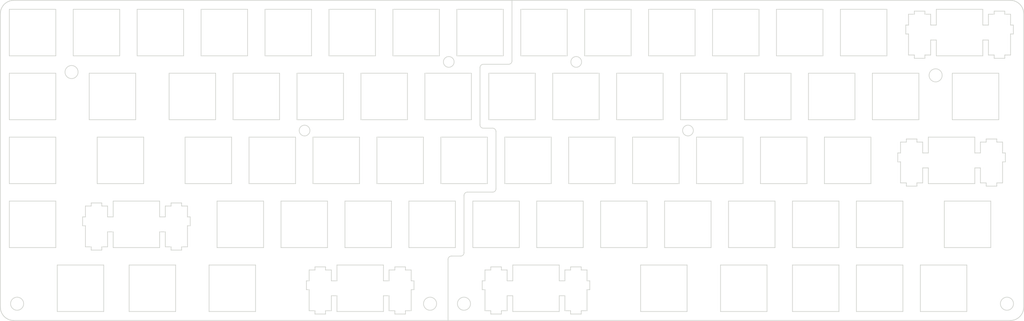
<source format=kicad_pcb>
(kicad_pcb (version 20171130) (host pcbnew "(5.1.4)-1")

  (general
    (thickness 1.6)
    (drawings 583)
    (tracks 0)
    (zones 0)
    (modules 0)
    (nets 1)
  )

  (page A4)
  (layers
    (0 F.Cu signal)
    (31 B.Cu signal)
    (32 B.Adhes user)
    (33 F.Adhes user)
    (34 B.Paste user)
    (35 F.Paste user)
    (36 B.SilkS user)
    (37 F.SilkS user)
    (38 B.Mask user)
    (39 F.Mask user)
    (40 Dwgs.User user)
    (41 Cmts.User user)
    (42 Eco1.User user)
    (43 Eco2.User user)
    (44 Edge.Cuts user)
    (45 Margin user)
    (46 B.CrtYd user)
    (47 F.CrtYd user)
    (48 B.Fab user)
    (49 F.Fab user)
  )

  (setup
    (last_trace_width 0.25)
    (trace_clearance 0.2)
    (zone_clearance 0.508)
    (zone_45_only no)
    (trace_min 0.2)
    (via_size 0.8)
    (via_drill 0.4)
    (via_min_size 0.4)
    (via_min_drill 0.3)
    (uvia_size 0.3)
    (uvia_drill 0.1)
    (uvias_allowed no)
    (uvia_min_size 0.2)
    (uvia_min_drill 0.1)
    (edge_width 0.05)
    (segment_width 0.2)
    (pcb_text_width 0.3)
    (pcb_text_size 1.5 1.5)
    (mod_edge_width 0.12)
    (mod_text_size 1 1)
    (mod_text_width 0.15)
    (pad_size 1.524 1.524)
    (pad_drill 0.762)
    (pad_to_mask_clearance 0.051)
    (solder_mask_min_width 0.25)
    (aux_axis_origin 0 0)
    (visible_elements 7FFFFFFF)
    (pcbplotparams
      (layerselection 0x01000_7ffffffe)
      (usegerberextensions false)
      (usegerberattributes false)
      (usegerberadvancedattributes false)
      (creategerberjobfile false)
      (excludeedgelayer true)
      (linewidth 0.200000)
      (plotframeref false)
      (viasonmask false)
      (mode 1)
      (useauxorigin false)
      (hpglpennumber 1)
      (hpglpenspeed 20)
      (hpglpendiameter 15.000000)
      (psnegative false)
      (psa4output false)
      (plotreference true)
      (plotvalue true)
      (plotinvisibletext false)
      (padsonsilk false)
      (subtractmaskfromsilk false)
      (outputformat 5)
      (mirror false)
      (drillshape 0)
      (scaleselection 1)
      (outputdirectory "C:/Users/Ding/Documents/Keyboard/"))
  )

  (net 0 "")

  (net_class Default "This is the default net class."
    (clearance 0.2)
    (trace_width 0.25)
    (via_dia 0.8)
    (via_drill 0.4)
    (uvia_dia 0.3)
    (uvia_drill 0.1)
  )

  (gr_circle (center 20.05 20.2) (end 22 20.2) (layer Edge.Cuts) (width 0.2) (tstamp 5E15B276))
  (gr_circle (center 132.45 17.1788) (end 134.05 17.1788) (layer Edge.Cuts) (width 0.2) (tstamp 5E15B274))
  (gr_arc (start 150.283269 16.8831) (end 150.283269 17.8831) (angle -90) (layer Edge.Cuts) (width 0.2))
  (gr_arc (start 142.758269 18.8831) (end 142.758269 17.8831) (angle -90) (layer Edge.Cuts) (width 0.2))
  (gr_arc (start 142.758269 35.9303) (end 141.758269 35.9303) (angle -90) (layer Edge.Cuts) (width 0.2))
  (gr_arc (start 145.519269 37.9303) (end 146.519269 37.9303) (angle -90) (layer Edge.Cuts) (width 0.2))
  (gr_arc (start 145.519269 54.9831) (end 145.519269 55.9831) (angle -90) (layer Edge.Cuts) (width 0.2))
  (gr_arc (start 137.994269 56.9831) (end 137.994269 55.9831) (angle -90) (layer Edge.Cuts) (width 0.2))
  (gr_arc (start 135.994269 74.0332) (end 135.994269 75.0332) (angle -90) (layer Edge.Cuts) (width 0.2))
  (gr_arc (start 133.233269 76.0332) (end 133.233269 75.0332) (angle -90) (layer Edge.Cuts) (width 0.2))
  (gr_line (start 301.86858 93.640389) (end 301.59458 93.793354) (layer Edge.Cuts) (width 0.2))
  (gr_line (start 302.13058 93.46538) (end 301.86858 93.640389) (layer Edge.Cuts) (width 0.2))
  (gr_line (start 301.59458 -0.7359) (end 301.86858 -0.5817) (layer Edge.Cuts) (width 0.2))
  (gr_line (start -0.2136 92.82735) (end -0.407904 92.58068) (layer Edge.Cuts) (width 0.2))
  (gr_line (start 1.01286 93.793354) (end 0.73862 93.640389) (layer Edge.Cuts) (width 0.2))
  (gr_line (start 0 93.05748) (end -0.2136 92.82735) (layer Edge.Cuts) (width 0.2))
  (gr_line (start 0.73862 93.640389) (end 0.4768 93.46538) (layer Edge.Cuts) (width 0.2))
  (gr_line (start 2.51493 94.216411) (end 2.20348 94.180582) (layer Edge.Cuts) (width 0.2))
  (gr_line (start 303.78058 2.8289) (end 303.78058 90.22975) (layer Edge.Cuts) (width 0.2))
  (gr_line (start 1.29811 93.925645) (end 1.01286 93.793354) (layer Edge.Cuts) (width 0.2))
  (gr_line (start 302.37758 93.27108) (end 302.13058 93.46538) (layer Edge.Cuts) (width 0.2))
  (gr_line (start 303.47558 1.2982) (end 303.58458 1.5917) (layer Edge.Cuts) (width 0.2))
  (gr_line (start 302.82058 92.82735) (end 302.60758 93.05748) (layer Edge.Cuts) (width 0.2))
  (gr_line (start 303.66858 1.8948) (end 303.73058 2.2034) (layer Edge.Cuts) (width 0.2))
  (gr_line (start 1.8948 94.11857) (end 1.59163 94.03451) (layer Edge.Cuts) (width 0.2))
  (gr_line (start 301.86858 -0.5817) (end 302.13058 -0.4078) (layer Edge.Cuts) (width 0.2))
  (gr_line (start 303.66858 91.16268) (end 303.58458 91.46585) (layer Edge.Cuts) (width 0.2))
  (gr_line (start 300.09258 94.216411) (end 299.77958 94.230191) (layer Edge.Cuts) (width 0.2))
  (gr_line (start 303.34358 92.04462) (end 303.19058 92.31885) (layer Edge.Cuts) (width 0.2))
  (gr_line (start 299.77958 -1.1712) (end 300.09258 -1.1589) (layer Edge.Cuts) (width 0.2))
  (gr_line (start 302.13058 -0.4078) (end 302.37758 -0.2138) (layer Edge.Cuts) (width 0.2))
  (gr_line (start 300.09258 -1.1589) (end 300.40558 -1.1218) (layer Edge.Cuts) (width 0.2))
  (gr_line (start 2.20348 94.180582) (end 1.8948 94.11857) (layer Edge.Cuts) (width 0.2))
  (gr_line (start 300.40558 94.180582) (end 300.09258 94.216411) (layer Edge.Cuts) (width 0.2))
  (gr_line (start 300.71258 -1.0612) (end 301.01558 -0.9758) (layer Edge.Cuts) (width 0.2))
  (gr_line (start 299.77958 94.230191) (end 2.829119 94.230191) (layer Edge.Cuts) (width 0.2))
  (gr_line (start 301.30958 93.925645) (end 301.01558 94.03451) (layer Edge.Cuts) (width 0.2))
  (gr_line (start 303.19058 0.7387) (end 303.34358 1.0128) (layer Edge.Cuts) (width 0.2))
  (gr_line (start 303.73058 90.85537) (end 303.66858 91.16268) (layer Edge.Cuts) (width 0.2))
  (gr_line (start 2.829119 94.230191) (end 2.51493 94.216411) (layer Edge.Cuts) (width 0.2))
  (gr_line (start 303.76658 90.54256) (end 303.73058 90.85537) (layer Edge.Cuts) (width 0.2))
  (gr_line (start 303.19058 92.31885) (end 303.01558 92.58068) (layer Edge.Cuts) (width 0.2))
  (gr_line (start 303.73058 2.2034) (end 303.76658 2.5149) (layer Edge.Cuts) (width 0.2))
  (gr_line (start 1.59163 94.03451) (end 1.29811 93.925645) (layer Edge.Cuts) (width 0.2))
  (gr_line (start 301.30958 -0.8668) (end 301.59458 -0.7359) (layer Edge.Cuts) (width 0.2))
  (gr_line (start 303.01558 92.58068) (end 302.82058 92.82735) (layer Edge.Cuts) (width 0.2))
  (gr_line (start 300.71258 94.11857) (end 300.40558 94.180582) (layer Edge.Cuts) (width 0.2))
  (gr_line (start 301.01558 94.03451) (end 300.71258 94.11857) (layer Edge.Cuts) (width 0.2))
  (gr_line (start 303.58458 91.46585) (end 303.47558 91.75937) (layer Edge.Cuts) (width 0.2))
  (gr_line (start 302.82058 0.2314) (end 303.01558 0.4766) (layer Edge.Cuts) (width 0.2))
  (gr_line (start 302.37758 -0.2138) (end 302.60758 0) (layer Edge.Cuts) (width 0.2))
  (gr_line (start 303.47558 91.75937) (end 303.34358 92.04462) (layer Edge.Cuts) (width 0.2))
  (gr_line (start 303.78058 90.22975) (end 303.76658 90.54256) (layer Edge.Cuts) (width 0.2))
  (gr_line (start 303.34358 1.0128) (end 303.47558 1.2982) (layer Edge.Cuts) (width 0.2))
  (gr_line (start 303.01558 0.4766) (end 303.19058 0.7387) (layer Edge.Cuts) (width 0.2))
  (gr_line (start 302.60758 0) (end 302.82058 0.2314) (layer Edge.Cuts) (width 0.2))
  (gr_line (start 0.23151 93.27108) (end 0 93.05748) (layer Edge.Cuts) (width 0.2))
  (gr_line (start 301.59458 93.793354) (end 301.30958 93.925645) (layer Edge.Cuts) (width 0.2))
  (gr_line (start 303.58458 1.5917) (end 303.66858 1.8948) (layer Edge.Cuts) (width 0.2))
  (gr_line (start 300.40558 -1.1218) (end 300.71258 -1.0612) (layer Edge.Cuts) (width 0.2))
  (gr_line (start 303.76658 2.5149) (end 303.78058 2.8289) (layer Edge.Cuts) (width 0.2))
  (gr_line (start -0.581534 92.31885) (end -0.735874 92.04462) (layer Edge.Cuts) (width 0.2))
  (gr_line (start 302.60758 93.05748) (end 302.37758 93.27108) (layer Edge.Cuts) (width 0.2))
  (gr_line (start 301.01558 -0.9758) (end 301.30958 -0.8668) (layer Edge.Cuts) (width 0.2))
  (gr_line (start -0.407904 92.58068) (end -0.581534 92.31885) (layer Edge.Cuts) (width 0.2))
  (gr_line (start 0.4768 93.46538) (end 0.23151 93.27108) (layer Edge.Cuts) (width 0.2))
  (gr_line (start 2.51493 -1.1589) (end 2.829119 -1.1712) (layer Edge.Cuts) (width 0.2))
  (gr_line (start 1.29811 -0.8668) (end 1.59163 -0.9758) (layer Edge.Cuts) (width 0.2))
  (gr_line (start -0.86679 91.75937) (end -0.975654 91.46585) (layer Edge.Cuts) (width 0.2))
  (gr_line (start -0.86679 1.2982) (end -0.735874 1.0128) (layer Edge.Cuts) (width 0.2))
  (gr_line (start -0.975654 1.5917) (end -0.86679 1.2982) (layer Edge.Cuts) (width 0.2))
  (gr_line (start -0.735874 92.04462) (end -0.86679 91.75937) (layer Edge.Cuts) (width 0.2))
  (gr_line (start -0.975654 91.46585) (end -1.061092 91.16268) (layer Edge.Cuts) (width 0.2))
  (gr_line (start 2.829119 -1.1712) (end 299.77958 -1.1712) (layer Edge.Cuts) (width 0.2))
  (gr_line (start -1.171336 90.22838) (end -1.171336 2.8289) (layer Edge.Cuts) (width 0.2))
  (gr_line (start -0.581534 0.7387) (end -0.407904 0.4766) (layer Edge.Cuts) (width 0.2))
  (gr_line (start 0.73862 -0.5817) (end 1.01286 -0.7359) (layer Edge.Cuts) (width 0.2))
  (gr_line (start 0.4768 -0.4078) (end 0.73862 -0.5817) (layer Edge.Cuts) (width 0.2))
  (gr_line (start -1.121726 2.2034) (end -1.061092 1.8948) (layer Edge.Cuts) (width 0.2))
  (gr_line (start 0.23151 -0.2138) (end 0.4768 -0.4078) (layer Edge.Cuts) (width 0.2))
  (gr_line (start 1.01286 -0.7359) (end 1.29811 -0.8668) (layer Edge.Cuts) (width 0.2))
  (gr_line (start 1.8948 -1.0612) (end 2.20348 -1.1218) (layer Edge.Cuts) (width 0.2))
  (gr_line (start -1.061092 91.16268) (end -1.121726 90.85537) (layer Edge.Cuts) (width 0.2))
  (gr_line (start -0.407904 0.4766) (end -0.2136 0.2314) (layer Edge.Cuts) (width 0.2))
  (gr_line (start -0.735874 1.0128) (end -0.581534 0.7387) (layer Edge.Cuts) (width 0.2))
  (gr_line (start -1.171336 2.8289) (end -1.158933 2.5149) (layer Edge.Cuts) (width 0.2))
  (gr_line (start 2.20348 -1.1218) (end 2.51493 -1.1589) (layer Edge.Cuts) (width 0.2))
  (gr_line (start 1.59163 -0.9758) (end 1.8948 -1.0612) (layer Edge.Cuts) (width 0.2))
  (gr_line (start -0.2136 0.2314) (end 0 0) (layer Edge.Cuts) (width 0.2))
  (gr_line (start 0 0) (end 0.23151 -0.2138) (layer Edge.Cuts) (width 0.2))
  (gr_line (start -1.158933 90.54256) (end -1.171336 90.22838) (layer Edge.Cuts) (width 0.2))
  (gr_line (start -1.061092 1.8948) (end -0.975654 1.5917) (layer Edge.Cuts) (width 0.2))
  (gr_line (start -1.121726 90.85537) (end -1.158933 90.54256) (layer Edge.Cuts) (width 0.2))
  (gr_line (start -1.158933 2.5149) (end -1.121726 2.2034) (layer Edge.Cuts) (width 0.2))
  (gr_circle (center 203.729119 37.6288) (end 205.329119 37.6288) (layer Edge.Cuts) (width 0.2) (tstamp 5E159CA6))
  (gr_circle (center 89.479119 37.6288) (end 91.079119 37.6288) (layer Edge.Cuts) (width 0.2) (tstamp 5E159CA4))
  (gr_circle (center 136.979119 89.2298) (end 138.929119 89.2298) (layer Edge.Cuts) (width 0.2) (tstamp 5E159C90))
  (gr_circle (center 126.879119 89.2298) (end 128.829119 89.2298) (layer Edge.Cuts) (width 0.2) (tstamp 5E159C8A))
  (gr_circle (center 170.429119 17.1788) (end 172.029119 17.1788) (layer Edge.Cuts) (width 0.2) (tstamp 5E159C87))
  (gr_circle (center 277.529119 21.1788) (end 279.479119 21.1788) (layer Edge.Cuts) (width 0.2) (tstamp 5E159C7A))
  (gr_circle (center 298.780119 89.2298) (end 300.730119 89.2298) (layer Edge.Cuts) (width 0.2) (tstamp 5E159C6C))
  (gr_circle (center 3.829119 89.2298) (end 5.779119 89.2298) (layer Edge.Cuts) (width 0.2))
  (gr_line (start 151.283269 16.8831) (end 151.283269 -1.1712) (layer Edge.Cuts) (width 0.2))
  (gr_line (start 141.758269 35.9303) (end 141.758269 18.8831) (layer Edge.Cuts) (width 0.2))
  (gr_line (start 146.519269 54.9831) (end 146.519269 37.9303) (layer Edge.Cuts) (width 0.2))
  (gr_line (start 145.519269 36.9303) (end 142.758269 36.9303) (layer Edge.Cuts) (width 0.2))
  (gr_line (start 137.994269 55.9831) (end 145.519269 55.9831) (layer Edge.Cuts) (width 0.2))
  (gr_line (start 136.994269 74.0332) (end 136.994269 56.9831) (layer Edge.Cuts) (width 0.2))
  (gr_line (start 132.233269 94.230191) (end 132.233269 76.0332) (layer Edge.Cuts) (width 0.2))
  (gr_line (start 142.758269 17.8831) (end 150.283269 17.8831) (layer Edge.Cuts) (width 0.2))
  (gr_line (start 133.233269 75.0332) (end 135.994269 75.0332) (layer Edge.Cuts) (width 0.2))
  (gr_line (start 51.071835 77.7034) (end 51.071835 91.55266) (layer Edge.Cuts) (width 0.2))
  (gr_line (start 61.035335 91.55266) (end 61.035335 77.7034) (layer Edge.Cuts) (width 0.2))
  (gr_line (start 213.435035 91.55266) (end 213.435035 77.7034) (layer Edge.Cuts) (width 0.2))
  (gr_line (start 25.908935 72.2725) (end 25.908935 73.2537) (layer Edge.Cuts) (width 0.2))
  (gr_line (start 30.784435 60.1224) (end 29.059135 60.1224) (layer Edge.Cuts) (width 0.2))
  (gr_line (start 32.460135 63.3525) (end 30.784435 63.3525) (layer Edge.Cuts) (width 0.2))
  (gr_line (start 51.071835 91.55266) (end 37.221335 91.55266) (layer Edge.Cuts) (width 0.2))
  (gr_line (start 74.884335 91.55266) (end 61.035335 91.55266) (layer Edge.Cuts) (width 0.2))
  (gr_line (start 24.185035 63.3525) (end 23.359535 63.3525) (layer Edge.Cuts) (width 0.2))
  (gr_line (start 189.621035 91.55266) (end 189.621035 77.7034) (layer Edge.Cuts) (width 0.2))
  (gr_line (start 29.059135 60.1224) (end 29.059135 59.2032) (layer Edge.Cuts) (width 0.2))
  (gr_line (start 29.640635 91.55266) (end 15.790035 91.55266) (layer Edge.Cuts) (width 0.2))
  (gr_line (start 15.790035 91.55266) (end 15.790035 77.7034) (layer Edge.Cuts) (width 0.2))
  (gr_line (start 227.284035 91.55266) (end 213.435035 91.55266) (layer Edge.Cuts) (width 0.2))
  (gr_line (start 52.859335 73.2537) (end 52.859335 72.2725) (layer Edge.Cuts) (width 0.2))
  (gr_line (start 49.709035 73.2537) (end 52.859335 73.2537) (layer Edge.Cuts) (width 0.2))
  (gr_line (start 29.059135 59.2032) (end 25.908935 59.2032) (layer Edge.Cuts) (width 0.2))
  (gr_line (start 25.908935 59.2032) (end 25.908935 60.1224) (layer Edge.Cuts) (width 0.2))
  (gr_line (start 49.709035 72.2725) (end 49.709035 73.2537) (layer Edge.Cuts) (width 0.2))
  (gr_line (start 61.035335 77.7034) (end 74.884335 77.7034) (layer Edge.Cuts) (width 0.2))
  (gr_line (start 30.784435 67.8036) (end 32.460135 67.8036) (layer Edge.Cuts) (width 0.2))
  (gr_line (start 47.985035 72.2725) (end 49.709035 72.2725) (layer Edge.Cuts) (width 0.2))
  (gr_line (start 203.472035 91.55266) (end 189.621035 91.55266) (layer Edge.Cuts) (width 0.2))
  (gr_line (start 47.985035 67.8036) (end 47.985035 72.2725) (layer Edge.Cuts) (width 0.2))
  (gr_line (start 30.784435 72.2725) (end 30.784435 67.8036) (layer Edge.Cuts) (width 0.2))
  (gr_line (start 29.059135 72.2725) (end 30.784435 72.2725) (layer Edge.Cuts) (width 0.2))
  (gr_line (start 25.908935 73.2537) (end 29.059135 73.2537) (layer Edge.Cuts) (width 0.2))
  (gr_line (start 37.221335 77.7034) (end 51.071835 77.7034) (layer Edge.Cuts) (width 0.2))
  (gr_line (start 189.621035 77.7034) (end 203.472035 77.7034) (layer Edge.Cuts) (width 0.2))
  (gr_line (start 24.185035 72.2725) (end 25.908935 72.2725) (layer Edge.Cuts) (width 0.2))
  (gr_line (start 227.284035 77.7034) (end 227.284035 91.55266) (layer Edge.Cuts) (width 0.2))
  (gr_line (start 25.908935 60.1224) (end 24.185035 60.1224) (layer Edge.Cuts) (width 0.2))
  (gr_line (start 24.185035 66.0025) (end 24.185035 72.2725) (layer Edge.Cuts) (width 0.2))
  (gr_line (start 46.309335 67.8036) (end 47.985035 67.8036) (layer Edge.Cuts) (width 0.2))
  (gr_line (start 32.460135 72.5027) (end 46.309335 72.5027) (layer Edge.Cuts) (width 0.2))
  (gr_line (start 23.359535 66.0025) (end 24.185035 66.0025) (layer Edge.Cuts) (width 0.2))
  (gr_line (start 46.309335 72.5027) (end 46.309335 67.8036) (layer Edge.Cuts) (width 0.2))
  (gr_line (start 32.460135 67.8036) (end 32.460135 72.5027) (layer Edge.Cuts) (width 0.2))
  (gr_line (start 29.059135 73.2537) (end 29.059135 72.2725) (layer Edge.Cuts) (width 0.2))
  (gr_line (start 23.359535 63.3525) (end 23.359535 66.0025) (layer Edge.Cuts) (width 0.2))
  (gr_line (start 29.640635 77.7034) (end 29.640635 91.55266) (layer Edge.Cuts) (width 0.2))
  (gr_line (start 248.716035 91.55266) (end 234.865035 91.55266) (layer Edge.Cuts) (width 0.2))
  (gr_line (start 203.472035 77.7034) (end 203.472035 91.55266) (layer Edge.Cuts) (width 0.2))
  (gr_line (start 24.185035 60.1224) (end 24.185035 63.3525) (layer Edge.Cuts) (width 0.2))
  (gr_line (start 30.784435 63.3525) (end 30.784435 60.1224) (layer Edge.Cuts) (width 0.2))
  (gr_line (start 74.884335 77.7034) (end 74.884335 91.55266) (layer Edge.Cuts) (width 0.2))
  (gr_line (start 32.460135 58.6535) (end 32.460135 63.3525) (layer Edge.Cuts) (width 0.2))
  (gr_line (start 234.865035 91.55266) (end 234.865035 77.7034) (layer Edge.Cuts) (width 0.2))
  (gr_line (start 15.790035 77.7034) (end 29.640635 77.7034) (layer Edge.Cuts) (width 0.2))
  (gr_line (start 213.435035 77.7034) (end 227.284035 77.7034) (layer Edge.Cuts) (width 0.2))
  (gr_line (start 37.221335 91.55266) (end 37.221335 77.7034) (layer Edge.Cuts) (width 0.2))
  (gr_line (start 97.459635 82.4025) (end 97.459635 79.1724) (layer Edge.Cuts) (width 0.2))
  (gr_line (start 272.965035 91.55266) (end 272.965035 77.7034) (layer Edge.Cuts) (width 0.2))
  (gr_line (start 253.915035 77.7034) (end 267.766035 77.7034) (layer Edge.Cuts) (width 0.2))
  (gr_line (start 90.034735 85.05246) (end 90.860135 85.05246) (layer Edge.Cuts) (width 0.2))
  (gr_line (start 122.085035 85.05246) (end 122.085035 82.4025) (layer Edge.Cuts) (width 0.2))
  (gr_line (start 173.647035 79.1724) (end 171.922035 79.1724) (layer Edge.Cuts) (width 0.2))
  (gr_line (start 99.135035 86.85219) (end 99.135035 91.55266) (layer Edge.Cuts) (width 0.2))
  (gr_line (start 90.860135 82.4025) (end 90.034735 82.4025) (layer Edge.Cuts) (width 0.2))
  (gr_line (start 286.816035 91.55266) (end 272.965035 91.55266) (layer Edge.Cuts) (width 0.2))
  (gr_line (start 286.816035 77.7034) (end 286.816035 91.55266) (layer Edge.Cuts) (width 0.2))
  (gr_line (start 272.965035 77.7034) (end 286.816035 77.7034) (layer Edge.Cuts) (width 0.2))
  (gr_line (start 121.259035 79.1724) (end 119.534035 79.1724) (layer Edge.Cuts) (width 0.2))
  (gr_line (start 97.459635 91.32253) (end 97.459635 86.85219) (layer Edge.Cuts) (width 0.2))
  (gr_line (start 95.734135 78.2532) (end 92.583835 78.2532) (layer Edge.Cuts) (width 0.2))
  (gr_line (start 168.771035 78.2532) (end 168.771035 79.1724) (layer Edge.Cuts) (width 0.2))
  (gr_line (start 112.984035 82.4025) (end 112.984035 77.7034) (layer Edge.Cuts) (width 0.2))
  (gr_line (start 112.984035 91.55266) (end 112.984035 86.85219) (layer Edge.Cuts) (width 0.2))
  (gr_line (start 97.459635 79.1724) (end 95.734135 79.1724) (layer Edge.Cuts) (width 0.2))
  (gr_line (start 116.384035 91.32253) (end 116.384035 92.30369) (layer Edge.Cuts) (width 0.2))
  (gr_line (start 121.259035 82.4025) (end 121.259035 79.1724) (layer Edge.Cuts) (width 0.2))
  (gr_line (start 171.922035 78.2532) (end 168.771035 78.2532) (layer Edge.Cuts) (width 0.2))
  (gr_line (start 121.259035 91.32253) (end 121.259035 85.05246) (layer Edge.Cuts) (width 0.2))
  (gr_line (start 114.660035 91.32253) (end 116.384035 91.32253) (layer Edge.Cuts) (width 0.2))
  (gr_line (start 92.583835 78.2532) (end 92.583835 79.1724) (layer Edge.Cuts) (width 0.2))
  (gr_line (start 112.984035 86.85219) (end 114.660035 86.85219) (layer Edge.Cuts) (width 0.2))
  (gr_line (start 119.534035 92.30369) (end 119.534035 91.32253) (layer Edge.Cuts) (width 0.2))
  (gr_line (start 116.384035 92.30369) (end 119.534035 92.30369) (layer Edge.Cuts) (width 0.2))
  (gr_line (start 112.984035 77.7034) (end 99.135035 77.7034) (layer Edge.Cuts) (width 0.2))
  (gr_line (start 114.660035 82.4025) (end 112.984035 82.4025) (layer Edge.Cuts) (width 0.2))
  (gr_line (start 116.384035 78.2532) (end 116.384035 79.1724) (layer Edge.Cuts) (width 0.2))
  (gr_line (start 95.734135 79.1724) (end 95.734135 78.2532) (layer Edge.Cuts) (width 0.2))
  (gr_line (start 119.534035 78.2532) (end 116.384035 78.2532) (layer Edge.Cuts) (width 0.2))
  (gr_line (start 90.860135 91.32253) (end 92.583835 91.32253) (layer Edge.Cuts) (width 0.2))
  (gr_line (start 119.534035 79.1724) (end 119.534035 78.2532) (layer Edge.Cuts) (width 0.2))
  (gr_line (start 119.534035 91.32253) (end 121.259035 91.32253) (layer Edge.Cuts) (width 0.2))
  (gr_line (start 90.034735 82.4025) (end 90.034735 85.05246) (layer Edge.Cuts) (width 0.2))
  (gr_line (start 167.046035 82.4025) (end 165.372035 82.4025) (layer Edge.Cuts) (width 0.2))
  (gr_line (start 95.734135 92.30369) (end 95.734135 91.32253) (layer Edge.Cuts) (width 0.2))
  (gr_line (start 114.660035 86.85219) (end 114.660035 91.32253) (layer Edge.Cuts) (width 0.2))
  (gr_line (start 90.860135 79.1724) (end 90.860135 82.4025) (layer Edge.Cuts) (width 0.2))
  (gr_line (start 97.459635 86.85219) (end 99.135035 86.85219) (layer Edge.Cuts) (width 0.2))
  (gr_line (start 92.583835 91.32253) (end 92.583835 92.30369) (layer Edge.Cuts) (width 0.2))
  (gr_line (start 168.771035 79.1724) (end 167.046035 79.1724) (layer Edge.Cuts) (width 0.2))
  (gr_line (start 167.046035 79.1724) (end 167.046035 82.4025) (layer Edge.Cuts) (width 0.2))
  (gr_line (start 95.734135 91.32253) (end 97.459635 91.32253) (layer Edge.Cuts) (width 0.2))
  (gr_line (start 92.583835 79.1724) (end 90.860135 79.1724) (layer Edge.Cuts) (width 0.2))
  (gr_line (start 165.372035 77.7034) (end 151.521035 77.7034) (layer Edge.Cuts) (width 0.2))
  (gr_line (start 114.660035 79.1724) (end 114.660035 82.4025) (layer Edge.Cuts) (width 0.2))
  (gr_line (start 116.384035 79.1724) (end 114.660035 79.1724) (layer Edge.Cuts) (width 0.2))
  (gr_line (start 122.085035 82.4025) (end 121.259035 82.4025) (layer Edge.Cuts) (width 0.2))
  (gr_line (start 165.372035 82.4025) (end 165.372035 77.7034) (layer Edge.Cuts) (width 0.2))
  (gr_line (start 171.922035 79.1724) (end 171.922035 78.2532) (layer Edge.Cuts) (width 0.2))
  (gr_line (start 248.716035 77.7034) (end 248.716035 91.55266) (layer Edge.Cuts) (width 0.2))
  (gr_line (start 99.135035 91.55266) (end 112.984035 91.55266) (layer Edge.Cuts) (width 0.2))
  (gr_line (start 121.259035 85.05246) (end 122.085035 85.05246) (layer Edge.Cuts) (width 0.2))
  (gr_line (start 173.647035 82.4025) (end 173.647035 79.1724) (layer Edge.Cuts) (width 0.2))
  (gr_line (start 234.865035 77.7034) (end 248.716035 77.7034) (layer Edge.Cuts) (width 0.2))
  (gr_line (start 253.915035 91.55266) (end 253.915035 77.7034) (layer Edge.Cuts) (width 0.2))
  (gr_line (start 92.583835 92.30369) (end 95.734135 92.30369) (layer Edge.Cuts) (width 0.2))
  (gr_line (start 99.135035 77.7034) (end 99.135035 82.4025) (layer Edge.Cuts) (width 0.2))
  (gr_line (start 267.766035 91.55266) (end 253.915035 91.55266) (layer Edge.Cuts) (width 0.2))
  (gr_line (start 267.766035 77.7034) (end 267.766035 91.55266) (layer Edge.Cuts) (width 0.2))
  (gr_line (start 99.135035 82.4025) (end 97.459635 82.4025) (layer Edge.Cuts) (width 0.2))
  (gr_line (start 90.860135 85.05246) (end 90.860135 91.32253) (layer Edge.Cuts) (width 0.2))
  (gr_line (start 165.372035 86.85219) (end 167.046035 86.85219) (layer Edge.Cuts) (width 0.2))
  (gr_line (start 143.246035 85.05246) (end 143.246035 91.32253) (layer Edge.Cuts) (width 0.2))
  (gr_line (start 174.471035 82.4025) (end 173.647035 82.4025) (layer Edge.Cuts) (width 0.2))
  (gr_line (start 171.922035 91.32253) (end 173.647035 91.32253) (layer Edge.Cuts) (width 0.2))
  (gr_line (start 151.521035 91.55266) (end 165.372035 91.55266) (layer Edge.Cuts) (width 0.2))
  (gr_line (start 143.246035 79.1724) (end 143.246035 82.4025) (layer Edge.Cuts) (width 0.2))
  (gr_line (start 167.046035 91.32253) (end 168.771035 91.32253) (layer Edge.Cuts) (width 0.2))
  (gr_line (start 144.971035 78.2532) (end 144.971035 79.1724) (layer Edge.Cuts) (width 0.2))
  (gr_line (start 174.471035 85.05246) (end 174.471035 82.4025) (layer Edge.Cuts) (width 0.2))
  (gr_line (start 171.922035 92.30369) (end 171.922035 91.32253) (layer Edge.Cuts) (width 0.2))
  (gr_line (start 168.771035 91.32253) (end 168.771035 92.30369) (layer Edge.Cuts) (width 0.2))
  (gr_line (start 143.246035 82.4025) (end 142.422035 82.4025) (layer Edge.Cuts) (width 0.2))
  (gr_line (start 173.647035 85.05246) (end 174.471035 85.05246) (layer Edge.Cuts) (width 0.2))
  (gr_line (start 173.647035 91.32253) (end 173.647035 85.05246) (layer Edge.Cuts) (width 0.2))
  (gr_line (start 144.971035 79.1724) (end 143.246035 79.1724) (layer Edge.Cuts) (width 0.2))
  (gr_line (start 148.122035 92.30369) (end 148.122035 91.32253) (layer Edge.Cuts) (width 0.2))
  (gr_line (start 151.521035 82.4025) (end 149.847035 82.4025) (layer Edge.Cuts) (width 0.2))
  (gr_line (start 168.771035 92.30369) (end 171.922035 92.30369) (layer Edge.Cuts) (width 0.2))
  (gr_line (start 165.372035 91.55266) (end 165.372035 86.85219) (layer Edge.Cuts) (width 0.2))
  (gr_line (start 143.246035 91.32253) (end 144.971035 91.32253) (layer Edge.Cuts) (width 0.2))
  (gr_line (start 149.847035 86.85219) (end 151.521035 86.85219) (layer Edge.Cuts) (width 0.2))
  (gr_line (start 151.521035 86.85219) (end 151.521035 91.55266) (layer Edge.Cuts) (width 0.2))
  (gr_line (start 142.422035 85.05246) (end 143.246035 85.05246) (layer Edge.Cuts) (width 0.2))
  (gr_line (start 148.122035 91.32253) (end 149.847035 91.32253) (layer Edge.Cuts) (width 0.2))
  (gr_line (start 142.422035 82.4025) (end 142.422035 85.05246) (layer Edge.Cuts) (width 0.2))
  (gr_line (start 149.847035 82.4025) (end 149.847035 79.1724) (layer Edge.Cuts) (width 0.2))
  (gr_line (start 167.046035 86.85219) (end 167.046035 91.32253) (layer Edge.Cuts) (width 0.2))
  (gr_line (start 149.847035 91.32253) (end 149.847035 86.85219) (layer Edge.Cuts) (width 0.2))
  (gr_line (start 144.971035 92.30369) (end 148.122035 92.30369) (layer Edge.Cuts) (width 0.2))
  (gr_line (start 144.971035 91.32253) (end 144.971035 92.30369) (layer Edge.Cuts) (width 0.2))
  (gr_line (start 148.122035 78.2532) (end 144.971035 78.2532) (layer Edge.Cuts) (width 0.2))
  (gr_line (start 148.122035 79.1724) (end 148.122035 78.2532) (layer Edge.Cuts) (width 0.2))
  (gr_line (start 149.847035 79.1724) (end 148.122035 79.1724) (layer Edge.Cuts) (width 0.2))
  (gr_line (start 151.521035 77.7034) (end 151.521035 82.4025) (layer Edge.Cuts) (width 0.2))
  (gr_line (start 20.553935 15.3525) (end 20.553935 1.5035) (layer Edge.Cuts) (width 0.2))
  (gr_line (start 58.654035 1.5035) (end 72.503035 1.5035) (layer Edge.Cuts) (width 0.2))
  (gr_line (start 129.653035 1.5035) (end 129.653035 15.3525) (layer Edge.Cuts) (width 0.2))
  (gr_line (start 91.553035 15.3525) (end 77.704035 15.3525) (layer Edge.Cuts) (width 0.2))
  (gr_line (start 129.653035 15.3525) (end 115.804035 15.3525) (layer Edge.Cuts) (width 0.2))
  (gr_line (start 110.603035 1.5035) (end 110.603035 15.3525) (layer Edge.Cuts) (width 0.2))
  (gr_line (start 115.804035 1.5035) (end 129.653035 1.5035) (layer Edge.Cuts) (width 0.2))
  (gr_line (start 77.704035 1.5035) (end 91.553035 1.5035) (layer Edge.Cuts) (width 0.2))
  (gr_line (start 20.553935 1.5035) (end 34.403035 1.5035) (layer Edge.Cuts) (width 0.2))
  (gr_line (start 15.353235 1.5035) (end 15.353235 15.3525) (layer Edge.Cuts) (width 0.2))
  (gr_line (start 34.403035 15.3525) (end 20.553935 15.3525) (layer Edge.Cuts) (width 0.2))
  (gr_line (start 96.754035 15.3525) (end 96.754035 1.5035) (layer Edge.Cuts) (width 0.2))
  (gr_line (start 110.603035 15.3525) (end 96.754035 15.3525) (layer Edge.Cuts) (width 0.2))
  (gr_line (start 72.503035 15.3525) (end 58.654035 15.3525) (layer Edge.Cuts) (width 0.2))
  (gr_line (start 1.503895 15.3525) (end 1.503895 1.5035) (layer Edge.Cuts) (width 0.2))
  (gr_line (start 58.654035 15.3525) (end 58.654035 1.5035) (layer Edge.Cuts) (width 0.2))
  (gr_line (start 91.553035 1.5035) (end 91.553035 15.3525) (layer Edge.Cuts) (width 0.2))
  (gr_line (start 39.604035 15.3525) (end 39.604035 1.5035) (layer Edge.Cuts) (width 0.2))
  (gr_line (start 39.604035 1.5035) (end 53.453035 1.5035) (layer Edge.Cuts) (width 0.2))
  (gr_line (start 72.503035 1.5035) (end 72.503035 15.3525) (layer Edge.Cuts) (width 0.2))
  (gr_line (start 34.403035 1.5035) (end 34.403035 15.3525) (layer Edge.Cuts) (width 0.2))
  (gr_line (start 134.854035 15.3525) (end 134.854035 1.5035) (layer Edge.Cuts) (width 0.2))
  (gr_line (start 53.453035 1.5035) (end 53.453035 15.3525) (layer Edge.Cuts) (width 0.2))
  (gr_line (start 96.754035 1.5035) (end 110.603035 1.5035) (layer Edge.Cuts) (width 0.2))
  (gr_line (start 53.453035 15.3525) (end 39.604035 15.3525) (layer Edge.Cuts) (width 0.2))
  (gr_line (start 15.353235 15.3525) (end 1.503895 15.3525) (layer Edge.Cuts) (width 0.2))
  (gr_line (start 115.804035 15.3525) (end 115.804035 1.5035) (layer Edge.Cuts) (width 0.2))
  (gr_line (start 1.503895 1.5035) (end 15.353235 1.5035) (layer Edge.Cuts) (width 0.2))
  (gr_line (start 77.704035 15.3525) (end 77.704035 1.5035) (layer Edge.Cuts) (width 0.2))
  (gr_line (start 274.328035 15.1225) (end 276.053035 15.1225) (layer Edge.Cuts) (width 0.2))
  (gr_line (start 271.179035 16.1036) (end 274.328035 16.1036) (layer Edge.Cuts) (width 0.2))
  (gr_line (start 271.179035 2.9725) (end 269.454035 2.9725) (layer Edge.Cuts) (width 0.2))
  (gr_line (start 224.903035 1.5035) (end 224.903035 15.3525) (layer Edge.Cuts) (width 0.2))
  (gr_line (start 300.679035 8.8526) (end 300.679035 6.2025) (layer Edge.Cuts) (width 0.2))
  (gr_line (start 277.729035 10.6535) (end 277.729035 15.3525) (layer Edge.Cuts) (width 0.2))
  (gr_line (start 293.254035 10.6535) (end 293.254035 15.1225) (layer Edge.Cuts) (width 0.2))
  (gr_line (start 249.154035 15.3525) (end 249.154035 1.5035) (layer Edge.Cuts) (width 0.2))
  (gr_line (start 276.053035 15.1225) (end 276.053035 10.6535) (layer Edge.Cuts) (width 0.2))
  (gr_line (start 271.179035 15.1225) (end 271.179035 16.1036) (layer Edge.Cuts) (width 0.2))
  (gr_line (start 148.703035 15.3525) (end 134.854035 15.3525) (layer Edge.Cuts) (width 0.2))
  (gr_line (start 268.628035 8.8526) (end 269.454035 8.8526) (layer Edge.Cuts) (width 0.2))
  (gr_line (start 167.753035 15.3525) (end 153.904035 15.3525) (layer Edge.Cuts) (width 0.2))
  (gr_line (start 299.853035 6.2025) (end 299.853035 2.9725) (layer Edge.Cuts) (width 0.2))
  (gr_line (start 293.254035 15.1225) (end 294.979035 15.1225) (layer Edge.Cuts) (width 0.2))
  (gr_line (start 134.854035 1.5035) (end 148.703035 1.5035) (layer Edge.Cuts) (width 0.2))
  (gr_line (start 211.054035 1.5035) (end 224.903035 1.5035) (layer Edge.Cuts) (width 0.2))
  (gr_line (start 294.979035 16.1036) (end 298.128035 16.1036) (layer Edge.Cuts) (width 0.2))
  (gr_line (start 263.003035 15.3525) (end 249.154035 15.3525) (layer Edge.Cuts) (width 0.2))
  (gr_line (start 291.578035 15.3525) (end 291.578035 10.6535) (layer Edge.Cuts) (width 0.2))
  (gr_line (start 291.578035 10.6535) (end 293.254035 10.6535) (layer Edge.Cuts) (width 0.2))
  (gr_line (start 294.979035 2.0532) (end 294.979035 2.9725) (layer Edge.Cuts) (width 0.2))
  (gr_line (start 298.128035 16.1036) (end 298.128035 15.1225) (layer Edge.Cuts) (width 0.2))
  (gr_line (start 269.454035 8.8526) (end 269.454035 15.1225) (layer Edge.Cuts) (width 0.2))
  (gr_line (start 249.154035 1.5035) (end 263.003035 1.5035) (layer Edge.Cuts) (width 0.2))
  (gr_line (start 186.803035 1.5035) (end 186.803035 15.3525) (layer Edge.Cuts) (width 0.2))
  (gr_line (start 293.254035 2.9725) (end 293.254035 6.2025) (layer Edge.Cuts) (width 0.2))
  (gr_line (start 300.679035 6.2025) (end 299.853035 6.2025) (layer Edge.Cuts) (width 0.2))
  (gr_line (start 268.628035 6.2025) (end 268.628035 8.8526) (layer Edge.Cuts) (width 0.2))
  (gr_line (start 298.128035 15.1225) (end 299.853035 15.1225) (layer Edge.Cuts) (width 0.2))
  (gr_line (start 299.853035 15.1225) (end 299.853035 8.8526) (layer Edge.Cuts) (width 0.2))
  (gr_line (start 172.954035 1.5035) (end 186.803035 1.5035) (layer Edge.Cuts) (width 0.2))
  (gr_line (start 205.853035 15.3525) (end 192.004035 15.3525) (layer Edge.Cuts) (width 0.2))
  (gr_line (start 192.004035 1.5035) (end 205.853035 1.5035) (layer Edge.Cuts) (width 0.2))
  (gr_line (start 274.328035 16.1036) (end 274.328035 15.1225) (layer Edge.Cuts) (width 0.2))
  (gr_line (start 269.454035 2.9725) (end 269.454035 6.2025) (layer Edge.Cuts) (width 0.2))
  (gr_line (start 211.054035 15.3525) (end 211.054035 1.5035) (layer Edge.Cuts) (width 0.2))
  (gr_line (start 153.904035 1.5035) (end 167.753035 1.5035) (layer Edge.Cuts) (width 0.2))
  (gr_line (start 224.903035 15.3525) (end 211.054035 15.3525) (layer Edge.Cuts) (width 0.2))
  (gr_line (start 243.953035 1.5035) (end 243.953035 15.3525) (layer Edge.Cuts) (width 0.2))
  (gr_line (start 230.104035 15.3525) (end 230.104035 1.5035) (layer Edge.Cuts) (width 0.2))
  (gr_line (start 291.578035 1.5035) (end 277.729035 1.5035) (layer Edge.Cuts) (width 0.2))
  (gr_line (start 167.753035 1.5035) (end 167.753035 15.3525) (layer Edge.Cuts) (width 0.2))
  (gr_line (start 148.703035 1.5035) (end 148.703035 15.3525) (layer Edge.Cuts) (width 0.2))
  (gr_line (start 153.904035 15.3525) (end 153.904035 1.5035) (layer Edge.Cuts) (width 0.2))
  (gr_line (start 192.004035 15.3525) (end 192.004035 1.5035) (layer Edge.Cuts) (width 0.2))
  (gr_line (start 293.254035 6.2025) (end 291.578035 6.2025) (layer Edge.Cuts) (width 0.2))
  (gr_line (start 299.853035 8.8526) (end 300.679035 8.8526) (layer Edge.Cuts) (width 0.2))
  (gr_line (start 172.954035 15.3525) (end 172.954035 1.5035) (layer Edge.Cuts) (width 0.2))
  (gr_line (start 230.104035 1.5035) (end 243.953035 1.5035) (layer Edge.Cuts) (width 0.2))
  (gr_line (start 294.979035 2.9725) (end 293.254035 2.9725) (layer Edge.Cuts) (width 0.2))
  (gr_line (start 298.128035 2.0532) (end 294.979035 2.0532) (layer Edge.Cuts) (width 0.2))
  (gr_line (start 269.454035 6.2025) (end 268.628035 6.2025) (layer Edge.Cuts) (width 0.2))
  (gr_line (start 186.803035 15.3525) (end 172.954035 15.3525) (layer Edge.Cuts) (width 0.2))
  (gr_line (start 205.853035 1.5035) (end 205.853035 15.3525) (layer Edge.Cuts) (width 0.2))
  (gr_line (start 298.128035 2.9725) (end 298.128035 2.0532) (layer Edge.Cuts) (width 0.2))
  (gr_line (start 291.578035 6.2025) (end 291.578035 1.5035) (layer Edge.Cuts) (width 0.2))
  (gr_line (start 269.454035 15.1225) (end 271.179035 15.1225) (layer Edge.Cuts) (width 0.2))
  (gr_line (start 277.729035 15.3525) (end 291.578035 15.3525) (layer Edge.Cuts) (width 0.2))
  (gr_line (start 299.853035 2.9725) (end 298.128035 2.9725) (layer Edge.Cuts) (width 0.2))
  (gr_line (start 243.953035 15.3525) (end 230.104035 15.3525) (layer Edge.Cuts) (width 0.2))
  (gr_line (start 263.003035 1.5035) (end 263.003035 15.3525) (layer Edge.Cuts) (width 0.2))
  (gr_line (start 294.979035 15.1225) (end 294.979035 16.1036) (layer Edge.Cuts) (width 0.2))
  (gr_line (start 276.053035 10.6535) (end 277.729035 10.6535) (layer Edge.Cuts) (width 0.2))
  (gr_line (start 253.478035 34.4025) (end 239.629035 34.4025) (layer Edge.Cuts) (width 0.2))
  (gr_line (start 25.315035 34.4025) (end 25.315035 20.5535) (layer Edge.Cuts) (width 0.2))
  (gr_line (start 272.528035 20.5535) (end 272.528035 34.4025) (layer Edge.Cuts) (width 0.2))
  (gr_line (start 201.529035 34.4025) (end 201.529035 20.5535) (layer Edge.Cuts) (width 0.2))
  (gr_line (start 1.503895 20.5535) (end 15.353235 20.5535) (layer Edge.Cuts) (width 0.2))
  (gr_line (start 87.229035 20.5535) (end 101.078035 20.5535) (layer Edge.Cuts) (width 0.2))
  (gr_line (start 144.379035 20.5535) (end 158.228035 20.5535) (layer Edge.Cuts) (width 0.2))
  (gr_line (start 215.378035 20.5535) (end 215.378035 34.4025) (layer Edge.Cuts) (width 0.2))
  (gr_line (start 276.053035 6.2025) (end 276.053035 2.9725) (layer Edge.Cuts) (width 0.2))
  (gr_line (start 15.353235 34.4025) (end 1.503895 34.4025) (layer Edge.Cuts) (width 0.2))
  (gr_line (start 277.729035 6.2025) (end 276.053035 6.2025) (layer Edge.Cuts) (width 0.2))
  (gr_line (start 1.503895 34.4025) (end 1.503895 20.5535) (layer Edge.Cuts) (width 0.2))
  (gr_line (start 87.229035 34.4025) (end 87.229035 20.5535) (layer Edge.Cuts) (width 0.2))
  (gr_line (start 234.428035 20.5535) (end 234.428035 34.4025) (layer Edge.Cuts) (width 0.2))
  (gr_line (start 177.278035 34.4025) (end 163.429035 34.4025) (layer Edge.Cuts) (width 0.2))
  (gr_line (start 62.978035 34.4025) (end 49.129035 34.4025) (layer Edge.Cuts) (width 0.2))
  (gr_line (start 158.228035 34.4025) (end 144.379035 34.4025) (layer Edge.Cuts) (width 0.2))
  (gr_line (start 239.629035 34.4025) (end 239.629035 20.5535) (layer Edge.Cuts) (width 0.2))
  (gr_line (start 139.178035 34.4025) (end 125.329035 34.4025) (layer Edge.Cuts) (width 0.2))
  (gr_line (start 15.353235 20.5535) (end 15.353235 34.4025) (layer Edge.Cuts) (width 0.2))
  (gr_line (start 101.078035 34.4025) (end 87.229035 34.4025) (layer Edge.Cuts) (width 0.2))
  (gr_line (start 120.128035 34.4025) (end 106.279035 34.4025) (layer Edge.Cuts) (width 0.2))
  (gr_line (start 139.178035 20.5535) (end 139.178035 34.4025) (layer Edge.Cuts) (width 0.2))
  (gr_line (start 234.428035 34.4025) (end 220.579035 34.4025) (layer Edge.Cuts) (width 0.2))
  (gr_line (start 144.379035 34.4025) (end 144.379035 20.5535) (layer Edge.Cuts) (width 0.2))
  (gr_line (start 106.279035 20.5535) (end 120.128035 20.5535) (layer Edge.Cuts) (width 0.2))
  (gr_line (start 125.329035 34.4025) (end 125.329035 20.5535) (layer Edge.Cuts) (width 0.2))
  (gr_line (start 39.165535 34.4025) (end 25.315035 34.4025) (layer Edge.Cuts) (width 0.2))
  (gr_line (start 258.679035 20.5535) (end 272.528035 20.5535) (layer Edge.Cuts) (width 0.2))
  (gr_line (start 39.165535 20.5535) (end 39.165535 34.4025) (layer Edge.Cuts) (width 0.2))
  (gr_line (start 220.579035 20.5535) (end 234.428035 20.5535) (layer Edge.Cuts) (width 0.2))
  (gr_line (start 25.315035 20.5535) (end 39.165535 20.5535) (layer Edge.Cuts) (width 0.2))
  (gr_line (start 196.328035 20.5535) (end 196.328035 34.4025) (layer Edge.Cuts) (width 0.2))
  (gr_line (start 272.528035 34.4025) (end 258.679035 34.4025) (layer Edge.Cuts) (width 0.2))
  (gr_line (start 82.028035 34.4025) (end 68.179035 34.4025) (layer Edge.Cuts) (width 0.2))
  (gr_line (start 82.028035 20.5535) (end 82.028035 34.4025) (layer Edge.Cuts) (width 0.2))
  (gr_line (start 215.378035 34.4025) (end 201.529035 34.4025) (layer Edge.Cuts) (width 0.2))
  (gr_line (start 163.429035 20.5535) (end 177.278035 20.5535) (layer Edge.Cuts) (width 0.2))
  (gr_line (start 120.128035 20.5535) (end 120.128035 34.4025) (layer Edge.Cuts) (width 0.2))
  (gr_line (start 201.529035 20.5535) (end 215.378035 20.5535) (layer Edge.Cuts) (width 0.2))
  (gr_line (start 68.179035 20.5535) (end 82.028035 20.5535) (layer Edge.Cuts) (width 0.2))
  (gr_line (start 163.429035 34.4025) (end 163.429035 20.5535) (layer Edge.Cuts) (width 0.2))
  (gr_line (start 196.328035 34.4025) (end 182.479035 34.4025) (layer Edge.Cuts) (width 0.2))
  (gr_line (start 125.329035 20.5535) (end 139.178035 20.5535) (layer Edge.Cuts) (width 0.2))
  (gr_line (start 177.278035 20.5535) (end 177.278035 34.4025) (layer Edge.Cuts) (width 0.2))
  (gr_line (start 220.579035 34.4025) (end 220.579035 20.5535) (layer Edge.Cuts) (width 0.2))
  (gr_line (start 258.679035 34.4025) (end 258.679035 20.5535) (layer Edge.Cuts) (width 0.2))
  (gr_line (start 49.129035 34.4025) (end 49.129035 20.5535) (layer Edge.Cuts) (width 0.2))
  (gr_line (start 62.978035 20.5535) (end 62.978035 34.4025) (layer Edge.Cuts) (width 0.2))
  (gr_line (start 49.129035 20.5535) (end 62.978035 20.5535) (layer Edge.Cuts) (width 0.2))
  (gr_line (start 68.179035 34.4025) (end 68.179035 20.5535) (layer Edge.Cuts) (width 0.2))
  (gr_line (start 101.078035 20.5535) (end 101.078035 34.4025) (layer Edge.Cuts) (width 0.2))
  (gr_line (start 271.179035 2.0532) (end 271.179035 2.9725) (layer Edge.Cuts) (width 0.2))
  (gr_line (start 158.228035 20.5535) (end 158.228035 34.4025) (layer Edge.Cuts) (width 0.2))
  (gr_line (start 274.328035 2.0532) (end 271.179035 2.0532) (layer Edge.Cuts) (width 0.2))
  (gr_line (start 106.279035 34.4025) (end 106.279035 20.5535) (layer Edge.Cuts) (width 0.2))
  (gr_line (start 274.328035 2.9725) (end 274.328035 2.0532) (layer Edge.Cuts) (width 0.2))
  (gr_line (start 276.053035 2.9725) (end 274.328035 2.9725) (layer Edge.Cuts) (width 0.2))
  (gr_line (start 182.479035 34.4025) (end 182.479035 20.5535) (layer Edge.Cuts) (width 0.2))
  (gr_line (start 239.629035 20.5535) (end 253.478035 20.5535) (layer Edge.Cuts) (width 0.2))
  (gr_line (start 277.729035 1.5035) (end 277.729035 6.2025) (layer Edge.Cuts) (width 0.2))
  (gr_line (start 182.479035 20.5535) (end 196.328035 20.5535) (layer Edge.Cuts) (width 0.2))
  (gr_line (start 253.478035 20.5535) (end 253.478035 34.4025) (layer Edge.Cuts) (width 0.2))
  (gr_line (start 282.490035 34.4025) (end 282.490035 20.5535) (layer Edge.Cuts) (width 0.2))
  (gr_line (start 296.341035 34.4025) (end 282.490035 34.4025) (layer Edge.Cuts) (width 0.2))
  (gr_line (start 1.503895 53.4525) (end 1.503895 39.6035) (layer Edge.Cuts) (width 0.2))
  (gr_line (start 27.696235 39.6035) (end 41.546835 39.6035) (layer Edge.Cuts) (width 0.2))
  (gr_line (start 72.940135 39.6035) (end 86.790535 39.6035) (layer Edge.Cuts) (width 0.2))
  (gr_line (start 225.340035 39.6035) (end 239.191035 39.6035) (layer Edge.Cuts) (width 0.2))
  (gr_line (start 289.197035 44.3025) (end 289.197035 39.6035) (layer Edge.Cuts) (width 0.2))
  (gr_line (start 15.353235 53.4525) (end 1.503895 53.4525) (layer Edge.Cuts) (width 0.2))
  (gr_line (start 182.041035 53.4525) (end 168.190035 53.4525) (layer Edge.Cuts) (width 0.2))
  (gr_line (start 86.790535 53.4525) (end 72.940135 53.4525) (layer Edge.Cuts) (width 0.2))
  (gr_line (start 15.353235 39.6035) (end 15.353235 53.4525) (layer Edge.Cuts) (width 0.2))
  (gr_line (start 27.696235 53.4525) (end 27.696235 39.6035) (layer Edge.Cuts) (width 0.2))
  (gr_line (start 220.141035 39.6035) (end 220.141035 53.4525) (layer Edge.Cuts) (width 0.2))
  (gr_line (start 290.871035 44.3025) (end 289.197035 44.3025) (layer Edge.Cuts) (width 0.2))
  (gr_line (start 53.890135 39.6035) (end 67.740535 39.6035) (layer Edge.Cuts) (width 0.2))
  (gr_line (start 72.940135 53.4525) (end 72.940135 39.6035) (layer Edge.Cuts) (width 0.2))
  (gr_line (start 292.596035 41.0725) (end 290.871035 41.0725) (layer Edge.Cuts) (width 0.2))
  (gr_line (start 105.841035 39.6035) (end 105.841035 53.4525) (layer Edge.Cuts) (width 0.2))
  (gr_line (start 187.240035 39.6035) (end 201.091035 39.6035) (layer Edge.Cuts) (width 0.2))
  (gr_line (start 225.340035 53.4525) (end 225.340035 39.6035) (layer Edge.Cuts) (width 0.2))
  (gr_line (start 297.472035 41.0725) (end 295.747035 41.0725) (layer Edge.Cuts) (width 0.2))
  (gr_line (start 1.503895 39.6035) (end 15.353235 39.6035) (layer Edge.Cuts) (width 0.2))
  (gr_line (start 124.891035 53.4525) (end 111.040035 53.4525) (layer Edge.Cuts) (width 0.2))
  (gr_line (start 41.546835 39.6035) (end 41.546835 53.4525) (layer Edge.Cuts) (width 0.2))
  (gr_line (start 91.990135 53.4525) (end 91.990135 39.6035) (layer Edge.Cuts) (width 0.2))
  (gr_line (start 168.190035 39.6035) (end 182.041035 39.6035) (layer Edge.Cuts) (width 0.2))
  (gr_line (start 239.191035 53.4525) (end 225.340035 53.4525) (layer Edge.Cuts) (width 0.2))
  (gr_line (start 290.871035 41.0725) (end 290.871035 44.3025) (layer Edge.Cuts) (width 0.2))
  (gr_line (start 105.841035 53.4525) (end 91.990135 53.4525) (layer Edge.Cuts) (width 0.2))
  (gr_line (start 111.040035 53.4525) (end 111.040035 39.6035) (layer Edge.Cuts) (width 0.2))
  (gr_line (start 289.197035 39.6035) (end 275.346035 39.6035) (layer Edge.Cuts) (width 0.2))
  (gr_line (start 149.140035 39.6035) (end 162.991035 39.6035) (layer Edge.Cuts) (width 0.2))
  (gr_line (start 124.891035 39.6035) (end 124.891035 53.4525) (layer Edge.Cuts) (width 0.2))
  (gr_line (start 130.090035 53.4525) (end 130.090035 39.6035) (layer Edge.Cuts) (width 0.2))
  (gr_line (start 182.041035 39.6035) (end 182.041035 53.4525) (layer Edge.Cuts) (width 0.2))
  (gr_line (start 220.141035 53.4525) (end 206.290035 53.4525) (layer Edge.Cuts) (width 0.2))
  (gr_line (start 206.290035 53.4525) (end 206.290035 39.6035) (layer Edge.Cuts) (width 0.2))
  (gr_line (start 244.390035 53.4525) (end 244.390035 39.6035) (layer Edge.Cuts) (width 0.2))
  (gr_line (start 258.241035 53.4525) (end 244.390035 53.4525) (layer Edge.Cuts) (width 0.2))
  (gr_line (start 244.390035 39.6035) (end 258.241035 39.6035) (layer Edge.Cuts) (width 0.2))
  (gr_line (start 295.747035 40.1532) (end 292.596035 40.1532) (layer Edge.Cuts) (width 0.2))
  (gr_line (start 91.990135 39.6035) (end 105.841035 39.6035) (layer Edge.Cuts) (width 0.2))
  (gr_line (start 187.240035 53.4525) (end 187.240035 39.6035) (layer Edge.Cuts) (width 0.2))
  (gr_line (start 295.747035 41.0725) (end 295.747035 40.1532) (layer Edge.Cuts) (width 0.2))
  (gr_line (start 201.091035 39.6035) (end 201.091035 53.4525) (layer Edge.Cuts) (width 0.2))
  (gr_line (start 239.191035 39.6035) (end 239.191035 53.4525) (layer Edge.Cuts) (width 0.2))
  (gr_line (start 258.241035 39.6035) (end 258.241035 53.4525) (layer Edge.Cuts) (width 0.2))
  (gr_line (start 162.991035 53.4525) (end 149.140035 53.4525) (layer Edge.Cuts) (width 0.2))
  (gr_line (start 296.341035 20.5535) (end 296.341035 34.4025) (layer Edge.Cuts) (width 0.2))
  (gr_line (start 86.790535 39.6035) (end 86.790535 53.4525) (layer Edge.Cuts) (width 0.2))
  (gr_line (start 292.596035 40.1532) (end 292.596035 41.0725) (layer Edge.Cuts) (width 0.2))
  (gr_line (start 67.740535 39.6035) (end 67.740535 53.4525) (layer Edge.Cuts) (width 0.2))
  (gr_line (start 111.040035 39.6035) (end 124.891035 39.6035) (layer Edge.Cuts) (width 0.2))
  (gr_line (start 168.190035 53.4525) (end 168.190035 39.6035) (layer Edge.Cuts) (width 0.2))
  (gr_line (start 41.546835 53.4525) (end 27.696235 53.4525) (layer Edge.Cuts) (width 0.2))
  (gr_line (start 282.490035 20.5535) (end 296.341035 20.5535) (layer Edge.Cuts) (width 0.2))
  (gr_line (start 53.890135 53.4525) (end 53.890135 39.6035) (layer Edge.Cuts) (width 0.2))
  (gr_line (start 67.740535 53.4525) (end 53.890135 53.4525) (layer Edge.Cuts) (width 0.2))
  (gr_line (start 206.290035 39.6035) (end 220.141035 39.6035) (layer Edge.Cuts) (width 0.2))
  (gr_line (start 143.941035 53.4525) (end 130.090035 53.4525) (layer Edge.Cuts) (width 0.2))
  (gr_line (start 143.941035 39.6035) (end 143.941035 53.4525) (layer Edge.Cuts) (width 0.2))
  (gr_line (start 130.090035 39.6035) (end 143.941035 39.6035) (layer Edge.Cuts) (width 0.2))
  (gr_line (start 149.140035 53.4525) (end 149.140035 39.6035) (layer Edge.Cuts) (width 0.2))
  (gr_line (start 201.091035 53.4525) (end 187.240035 53.4525) (layer Edge.Cuts) (width 0.2))
  (gr_line (start 162.991035 39.6035) (end 162.991035 53.4525) (layer Edge.Cuts) (width 0.2))
  (gr_line (start 271.947035 40.1532) (end 268.796035 40.1532) (layer Edge.Cuts) (width 0.2))
  (gr_line (start 289.197035 53.4525) (end 289.197035 48.7535) (layer Edge.Cuts) (width 0.2))
  (gr_line (start 298.296035 46.9526) (end 298.296035 44.3025) (layer Edge.Cuts) (width 0.2))
  (gr_line (start 297.472035 46.9526) (end 298.296035 46.9526) (layer Edge.Cuts) (width 0.2))
  (gr_line (start 295.747035 54.2036) (end 295.747035 53.2225) (layer Edge.Cuts) (width 0.2))
  (gr_line (start 267.071035 53.2225) (end 268.796035 53.2225) (layer Edge.Cuts) (width 0.2))
  (gr_line (start 292.596035 54.2036) (end 295.747035 54.2036) (layer Edge.Cuts) (width 0.2))
  (gr_line (start 271.947035 54.2036) (end 271.947035 53.2225) (layer Edge.Cuts) (width 0.2))
  (gr_line (start 273.672035 44.3025) (end 273.672035 41.0725) (layer Edge.Cuts) (width 0.2))
  (gr_line (start 268.796035 41.0725) (end 267.071035 41.0725) (layer Edge.Cuts) (width 0.2))
  (gr_line (start 271.947035 41.0725) (end 271.947035 40.1532) (layer Edge.Cuts) (width 0.2))
  (gr_line (start 297.472035 53.2225) (end 297.472035 46.9526) (layer Edge.Cuts) (width 0.2))
  (gr_line (start 290.871035 53.2225) (end 292.596035 53.2225) (layer Edge.Cuts) (width 0.2))
  (gr_line (start 289.197035 48.7535) (end 290.871035 48.7535) (layer Edge.Cuts) (width 0.2))
  (gr_line (start 290.871035 48.7535) (end 290.871035 53.2225) (layer Edge.Cuts) (width 0.2))
  (gr_line (start 271.947035 53.2225) (end 273.672035 53.2225) (layer Edge.Cuts) (width 0.2))
  (gr_line (start 273.672035 48.7535) (end 275.346035 48.7535) (layer Edge.Cuts) (width 0.2))
  (gr_line (start 268.796035 54.2036) (end 271.947035 54.2036) (layer Edge.Cuts) (width 0.2))
  (gr_line (start 267.071035 44.3025) (end 266.247034 44.3025) (layer Edge.Cuts) (width 0.2))
  (gr_line (start 15.353235 58.6535) (end 15.353235 72.5027) (layer Edge.Cuts) (width 0.2))
  (gr_line (start 275.346035 53.4525) (end 289.197035 53.4525) (layer Edge.Cuts) (width 0.2))
  (gr_line (start 275.346035 44.3025) (end 273.672035 44.3025) (layer Edge.Cuts) (width 0.2))
  (gr_line (start 273.672035 53.2225) (end 273.672035 48.7535) (layer Edge.Cuts) (width 0.2))
  (gr_line (start 267.071035 46.9526) (end 267.071035 53.2225) (layer Edge.Cuts) (width 0.2))
  (gr_line (start 266.247034 44.3025) (end 266.247034 46.9526) (layer Edge.Cuts) (width 0.2))
  (gr_line (start 273.672035 41.0725) (end 271.947035 41.0725) (layer Edge.Cuts) (width 0.2))
  (gr_line (start 15.353235 72.5027) (end 1.503895 72.5027) (layer Edge.Cuts) (width 0.2))
  (gr_line (start 297.472035 44.3025) (end 297.472035 41.0725) (layer Edge.Cuts) (width 0.2))
  (gr_line (start 1.503895 72.5027) (end 1.503895 58.6535) (layer Edge.Cuts) (width 0.2))
  (gr_line (start 298.296035 44.3025) (end 297.472035 44.3025) (layer Edge.Cuts) (width 0.2))
  (gr_line (start 295.747035 53.2225) (end 297.472035 53.2225) (layer Edge.Cuts) (width 0.2))
  (gr_line (start 292.596035 53.2225) (end 292.596035 54.2036) (layer Edge.Cuts) (width 0.2))
  (gr_line (start 266.247034 46.9526) (end 267.071035 46.9526) (layer Edge.Cuts) (width 0.2))
  (gr_line (start 268.796035 53.2225) (end 268.796035 54.2036) (layer Edge.Cuts) (width 0.2))
  (gr_line (start 275.346035 39.6035) (end 275.346035 44.3025) (layer Edge.Cuts) (width 0.2))
  (gr_line (start 267.071035 41.0725) (end 267.071035 44.3025) (layer Edge.Cuts) (width 0.2))
  (gr_line (start 275.346035 48.7535) (end 275.346035 53.4525) (layer Edge.Cuts) (width 0.2))
  (gr_line (start 268.796035 40.1532) (end 268.796035 41.0725) (layer Edge.Cuts) (width 0.2))
  (gr_line (start 120.565035 72.5027) (end 120.565035 58.6535) (layer Edge.Cuts) (width 0.2))
  (gr_line (start 134.416035 72.5027) (end 120.565035 72.5027) (layer Edge.Cuts) (width 0.2))
  (gr_line (start 267.766035 58.6535) (end 267.766035 72.5027) (layer Edge.Cuts) (width 0.2))
  (gr_line (start 120.565035 58.6535) (end 134.416035 58.6535) (layer Edge.Cuts) (width 0.2))
  (gr_line (start 158.665035 58.6535) (end 172.516035 58.6535) (layer Edge.Cuts) (width 0.2))
  (gr_line (start 52.859335 60.1224) (end 52.859335 59.2032) (layer Edge.Cuts) (width 0.2))
  (gr_line (start 139.615035 58.6535) (end 153.466035 58.6535) (layer Edge.Cuts) (width 0.2))
  (gr_line (start 196.765035 72.5027) (end 196.765035 58.6535) (layer Edge.Cuts) (width 0.2))
  (gr_line (start 52.859335 72.2725) (end 54.584435 72.2725) (layer Edge.Cuts) (width 0.2))
  (gr_line (start 215.815035 58.6535) (end 229.666035 58.6535) (layer Edge.Cuts) (width 0.2))
  (gr_line (start 234.865035 72.5027) (end 234.865035 58.6535) (layer Edge.Cuts) (width 0.2))
  (gr_line (start 293.959035 72.5027) (end 280.110035 72.5027) (layer Edge.Cuts) (width 0.2))
  (gr_line (start 49.709035 60.1224) (end 47.985035 60.1224) (layer Edge.Cuts) (width 0.2))
  (gr_line (start 248.716035 58.6535) (end 248.716035 72.5027) (layer Edge.Cuts) (width 0.2))
  (gr_line (start 55.409935 66.0025) (end 55.409935 63.3525) (layer Edge.Cuts) (width 0.2))
  (gr_line (start 234.865035 58.6535) (end 248.716035 58.6535) (layer Edge.Cuts) (width 0.2))
  (gr_line (start 46.309335 58.6535) (end 32.460135 58.6535) (layer Edge.Cuts) (width 0.2))
  (gr_line (start 47.985035 63.3525) (end 46.309335 63.3525) (layer Edge.Cuts) (width 0.2))
  (gr_line (start 96.315535 58.6535) (end 96.315535 72.5027) (layer Edge.Cuts) (width 0.2))
  (gr_line (start 54.584435 66.0025) (end 55.409935 66.0025) (layer Edge.Cuts) (width 0.2))
  (gr_line (start 1.503895 58.6535) (end 15.353235 58.6535) (layer Edge.Cuts) (width 0.2))
  (gr_line (start 82.465135 58.6535) (end 96.315535 58.6535) (layer Edge.Cuts) (width 0.2))
  (gr_line (start 63.415135 72.5027) (end 63.415135 58.6535) (layer Edge.Cuts) (width 0.2))
  (gr_line (start 77.265535 72.5027) (end 63.415135 72.5027) (layer Edge.Cuts) (width 0.2))
  (gr_line (start 77.265535 58.6535) (end 77.265535 72.5027) (layer Edge.Cuts) (width 0.2))
  (gr_line (start 63.415135 58.6535) (end 77.265535 58.6535) (layer Edge.Cuts) (width 0.2))
  (gr_line (start 82.465135 72.5027) (end 82.465135 58.6535) (layer Edge.Cuts) (width 0.2))
  (gr_line (start 229.666035 72.5027) (end 215.815035 72.5027) (layer Edge.Cuts) (width 0.2))
  (gr_line (start 253.915035 58.6535) (end 267.766035 58.6535) (layer Edge.Cuts) (width 0.2))
  (gr_line (start 177.715035 72.5027) (end 177.715035 58.6535) (layer Edge.Cuts) (width 0.2))
  (gr_line (start 52.859335 59.2032) (end 49.709035 59.2032) (layer Edge.Cuts) (width 0.2))
  (gr_line (start 191.566035 72.5027) (end 177.715035 72.5027) (layer Edge.Cuts) (width 0.2))
  (gr_line (start 210.616035 72.5027) (end 196.765035 72.5027) (layer Edge.Cuts) (width 0.2))
  (gr_line (start 267.766035 72.5027) (end 253.915035 72.5027) (layer Edge.Cuts) (width 0.2))
  (gr_line (start 177.715035 58.6535) (end 191.566035 58.6535) (layer Edge.Cuts) (width 0.2))
  (gr_line (start 153.466035 72.5027) (end 139.615035 72.5027) (layer Edge.Cuts) (width 0.2))
  (gr_line (start 210.616035 58.6535) (end 210.616035 72.5027) (layer Edge.Cuts) (width 0.2))
  (gr_line (start 172.516035 72.5027) (end 158.665035 72.5027) (layer Edge.Cuts) (width 0.2))
  (gr_line (start 54.584435 72.2725) (end 54.584435 66.0025) (layer Edge.Cuts) (width 0.2))
  (gr_line (start 47.985035 60.1224) (end 47.985035 63.3525) (layer Edge.Cuts) (width 0.2))
  (gr_line (start 96.315535 72.5027) (end 82.465135 72.5027) (layer Edge.Cuts) (width 0.2))
  (gr_line (start 134.416035 58.6535) (end 134.416035 72.5027) (layer Edge.Cuts) (width 0.2))
  (gr_line (start 158.665035 72.5027) (end 158.665035 58.6535) (layer Edge.Cuts) (width 0.2))
  (gr_line (start 229.666035 58.6535) (end 229.666035 72.5027) (layer Edge.Cuts) (width 0.2))
  (gr_line (start 191.566035 58.6535) (end 191.566035 72.5027) (layer Edge.Cuts) (width 0.2))
  (gr_line (start 215.815035 72.5027) (end 215.815035 58.6535) (layer Edge.Cuts) (width 0.2))
  (gr_line (start 46.309335 63.3525) (end 46.309335 58.6535) (layer Edge.Cuts) (width 0.2))
  (gr_line (start 101.515035 72.5027) (end 101.515035 58.6535) (layer Edge.Cuts) (width 0.2))
  (gr_line (start 115.366035 72.5027) (end 101.515035 72.5027) (layer Edge.Cuts) (width 0.2))
  (gr_line (start 115.366035 58.6535) (end 115.366035 72.5027) (layer Edge.Cuts) (width 0.2))
  (gr_line (start 139.615035 72.5027) (end 139.615035 58.6535) (layer Edge.Cuts) (width 0.2))
  (gr_line (start 248.716035 72.5027) (end 234.865035 72.5027) (layer Edge.Cuts) (width 0.2))
  (gr_line (start 55.409935 63.3525) (end 54.584435 63.3525) (layer Edge.Cuts) (width 0.2))
  (gr_line (start 49.709035 59.2032) (end 49.709035 60.1224) (layer Edge.Cuts) (width 0.2))
  (gr_line (start 253.915035 72.5027) (end 253.915035 58.6535) (layer Edge.Cuts) (width 0.2))
  (gr_line (start 54.584435 60.1224) (end 52.859335 60.1224) (layer Edge.Cuts) (width 0.2))
  (gr_line (start 172.516035 58.6535) (end 172.516035 72.5027) (layer Edge.Cuts) (width 0.2))
  (gr_line (start 101.515035 58.6535) (end 115.366035 58.6535) (layer Edge.Cuts) (width 0.2))
  (gr_line (start 280.110035 58.6535) (end 293.959035 58.6535) (layer Edge.Cuts) (width 0.2))
  (gr_line (start 153.466035 58.6535) (end 153.466035 72.5027) (layer Edge.Cuts) (width 0.2))
  (gr_line (start 196.765035 58.6535) (end 210.616035 58.6535) (layer Edge.Cuts) (width 0.2))
  (gr_line (start 280.110035 72.5027) (end 280.110035 58.6535) (layer Edge.Cuts) (width 0.2))
  (gr_line (start 293.959035 58.6535) (end 293.959035 72.5027) (layer Edge.Cuts) (width 0.2))
  (gr_line (start 54.584435 63.3525) (end 54.584435 60.1224) (layer Edge.Cuts) (width 0.2))

)

</source>
